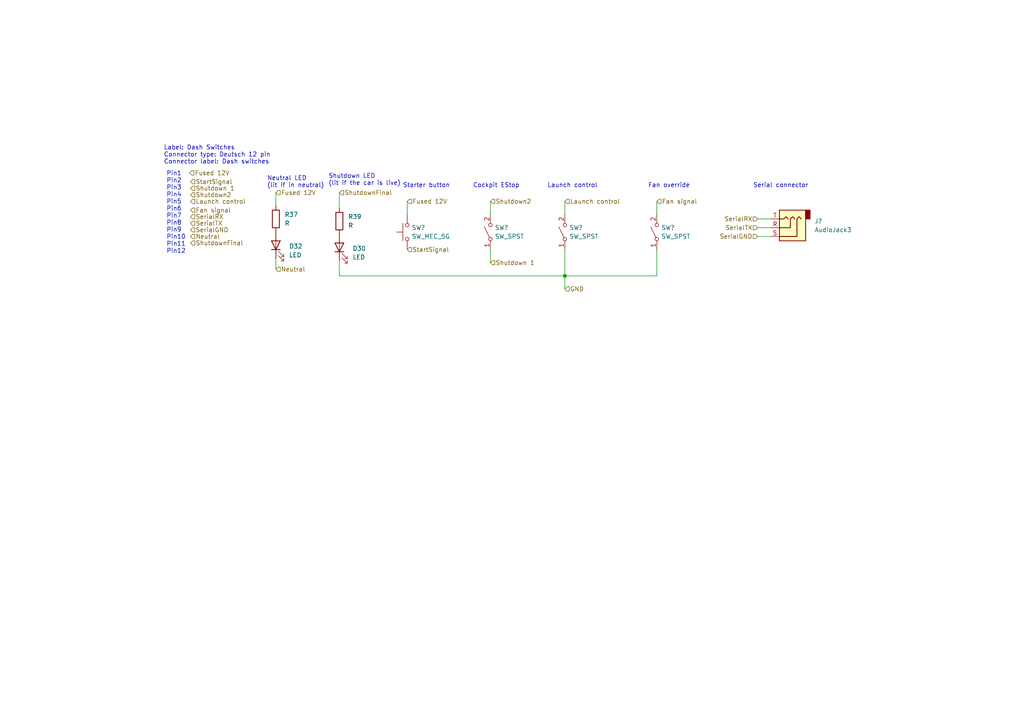
<source format=kicad_sch>
(kicad_sch (version 20230121) (generator eeschema)
  (paper "A4")
  (lib_symbols
    (symbol "Connector:AudioJack3"
      (property "Reference" "J" (at 0 8.89 0))
      (property "Value" "AudioJack3" (at 0 6.35 0))
      (symbol "AudioJack3_0_1"
        (rectangle (start -5.08 -5.08) (end -6.35 -2.54) (stroke (width 0.254)) (fill (type outline)))
        (polyline (pts (xy 0 -2.54) (xy 0.635 -3.175) (xy 1.27 -2.54) (xy 2.54 -2.54)) (stroke (width 0.254)))
        (polyline (pts (xy -1.905 -2.54) (xy -1.27 -3.175) (xy -0.635 -2.54) (xy -0.635 0) (xy 2.54 0)) (stroke (width 0.254)))
        (polyline (pts (xy 2.54 2.54) (xy -2.54 2.54) (xy -2.54 -2.54) (xy -3.175 -3.175) (xy -3.81 -2.54)) (stroke (width 0.254)))
        (rectangle (start 2.54 3.81) (end -5.08 -5.08) (stroke (width 0.254)) (fill (type background)))
      )
      (symbol "AudioJack3_1_1"
        (pin passive line (at 5.08 0 180) (length 2.54) (name "~") (number "R"))
        (pin passive line (at 5.08 2.54 180) (length 2.54) (name "~") (number "S"))
        (pin passive line (at 5.08 -2.54 180) (length 2.54) (name "~") (number "T"))
      )
    )
    (symbol "Device:LED" (pin_numbers hide) (pin_names (offset 1.016) hide)
      (property "Reference" "D" (at 0 2.54 0))
      (property "Value" "LED" (at 0 -2.54 0))
      (symbol "LED_0_1"
        (polyline (pts (xy -1.27 -1.27) (xy -1.27 1.27)) (stroke (width 0.254)))
        (polyline (pts (xy -1.27 0) (xy 1.27 0)))
        (polyline (pts (xy 1.27 -1.27) (xy 1.27 1.27) (xy -1.27 0) (xy 1.27 -1.27)) (stroke (width 0.254)))
        (polyline (pts (xy -3.048 -0.762) (xy -4.572 -2.286) (xy -3.81 -2.286) (xy -4.572 -2.286) (xy -4.572 -1.524)))
        (polyline (pts (xy -1.778 -0.762) (xy -3.302 -2.286) (xy -2.54 -2.286) (xy -3.302 -2.286) (xy -3.302 -1.524)))
      )
      (symbol "LED_1_1"
        (pin passive line (at -3.81 0 0) (length 2.54) (name "K") (number "1"))
        (pin passive line (at 3.81 0 180) (length 2.54) (name "A") (number "2"))
      )
    )
    (symbol "Device:R" (pin_numbers hide) (pin_names (offset 0))
      (property "Reference" "R" (at 2.032 0 90))
      (property "Value" "R" (at 0 0 90))
      (symbol "R_0_1"
        (rectangle (start -1.016 -2.54) (end 1.016 2.54) (stroke (width 0.254)))
      )
      (symbol "R_1_1"
        (pin passive line (at 0 3.81 270) (length 1.27) (name "~") (number "1"))
        (pin passive line (at 0 -3.81 90) (length 1.27) (name "~") (number "2"))
      )
    )
    (symbol "Switch:SW_MEC_5G" (pin_numbers hide) (pin_names (offset 1.016) hide)
      (property "Reference" "SW" (at 1.27 2.54 0))
      (property "Value" "SW_MEC_5G" (at 0 -1.524 0))
      (symbol "SW_MEC_5G_0_1"
        (circle (center -2.032 0) (radius 0.508))
        (polyline (pts (xy 0 1.27) (xy 0 3.048)))
        (polyline (pts (xy 2.54 1.27) (xy -2.54 1.27)))
        (circle (center 2.032 0) (radius 0.508))
        (pin passive line (at -5.08 0 0) (length 2.54) (name "A") (number "1"))
        (pin passive line (at 5.08 0 180) (length 2.54) (name "B") (number "3"))
      )
      (symbol "SW_MEC_5G_1_1"
        (pin passive line (at -5.08 0 0) (length 2.54) hide (name "A") (number "2"))
        (pin passive line (at 5.08 0 180) (length 2.54) hide (name "B") (number "4"))
      )
    )
    (symbol "Switch:SW_SPST" (pin_names (offset 0) hide)
      (property "Reference" "SW" (at 0 3.175 0))
      (property "Value" "SW_SPST" (at 0 -2.54 0))
      (symbol "SW_SPST_0_0"
        (circle (center -2.032 0) (radius 0.508))
        (polyline (pts (xy -1.524 0.254) (xy 1.524 1.778)))
        (circle (center 2.032 0) (radius 0.508))
      )
      (symbol "SW_SPST_1_1"
        (pin passive line (at -5.08 0 0) (length 2.54) (name "A") (number "1"))
        (pin passive line (at 5.08 0 180) (length 2.54) (name "B") (number "2"))
      )
    )
  )
  (junction (at 163.83 80.01))
  (wire (pts (xy 219.71 68.58) (xy 223.52 68.58)))
  (wire (pts (xy 163.83 58.42) (xy 163.83 62.23)))
  (wire (pts (xy 163.83 80.01) (xy 163.83 83.82)))
  (wire (pts (xy 163.83 80.01) (xy 190.5 80.01)))
  (wire (pts (xy 219.71 63.5) (xy 223.52 63.5)))
  (wire (pts (xy 80.01 74.93) (xy 80.01 78.105)))
  (wire (pts (xy 219.71 66.04) (xy 223.52 66.04)))
  (wire (pts (xy 190.5 80.01) (xy 190.5 72.39)))
  (wire (pts (xy 190.5 58.42) (xy 190.5 62.23)))
  (wire (pts (xy 98.425 75.565) (xy 98.425 80.01)))
  (wire (pts (xy 142.24 58.42) (xy 142.24 62.23)))
  (wire (pts (xy 163.83 72.39) (xy 163.83 80.01)))
  (wire (pts (xy 98.425 80.01) (xy 163.83 80.01)))
  (wire (pts (xy 118.11 58.42) (xy 118.11 62.23)))
  (wire (pts (xy 98.425 55.88) (xy 98.425 60.325)))
  (wire (pts (xy 80.01 55.88) (xy 80.01 59.69)))
  (wire (pts (xy 142.24 72.39) (xy 142.24 76.2)))
  (text "Pin1\nPin2\nPin3\nPin4\nPin5\nPin6\nPin7\nPin8\nPin9\nPin10\nPin11\nPin12" (at 48.26 73.66 0) (effects (font (size 1.27 1.27)) (justify left bottom)))
  (text "Serial connector" (at 218.44 54.61 0) (effects (font (size 1.27 1.27)) (justify left bottom)))
  (text "Shutdown LED\n(lit if the car is live)" (at 95.25 53.975 0) (effects (font (size 1.27 1.27)) (justify left bottom)))
  (text "Starter button" (at 116.84 54.61 0) (effects (font (size 1.27 1.27)) (justify left bottom)))
  (text "Fan override" (at 187.96 54.61 0) (effects (font (size 1.27 1.27)) (justify left bottom)))
  (text "Launch control" (at 158.75 54.61 0) (effects (font (size 1.27 1.27)) (justify left bottom)))
  (text "Label: Dash Switches\nConnector type: Deutsch 12 pin\nConnector label: Dash switches\n" (at 47.498 47.752 0) (effects (font (size 1.27 1.27)) (justify left bottom)))
  (text "Cockpit EStop" (at 137.16 54.61 0) (effects (font (size 1.27 1.27)) (justify left bottom)))
  (text "Neutral LED\n(lit if in neutral)\n" (at 77.47 54.61 0) (effects (font (size 1.27 1.27)) (justify left bottom)))
  (hierarchical_label "Neutral" (shape input) (at 80.01 78.105 0))
  (hierarchical_label "SerialRX" (shape input) (at 219.71 63.5 180))
  (hierarchical_label "Fan signal" (shape input) (at 190.5 58.42 0))
  (hierarchical_label "Fused 12V" (shape input) (at 118.11 58.42 0))
  (hierarchical_label "SerialRX" (shape input) (at 55.245 62.865 0))
  (hierarchical_label "Fused 12V" (shape input) (at 54.991 50.165 0))
  (hierarchical_label "GND" (shape input) (at 163.83 83.82 0))
  (hierarchical_label "Shutdown2" (shape input) (at 55.245 56.515 0))
  (hierarchical_label "Launch control" (shape input) (at 55.245 58.42 0))
  (hierarchical_label "Neutral" (shape input) (at 55.245 68.58 0))
  (hierarchical_label "ShutdownFinal" (shape input) (at 98.425 55.88 0))
  (hierarchical_label "SerialTX" (shape input) (at 55.245 64.77 0))
  (hierarchical_label "Shutdown2" (shape input) (at 142.24 58.42 0))
  (hierarchical_label "ShutdownFinal" (shape input) (at 55.245 70.485 0))
  (hierarchical_label "SerialGND" (shape input) (at 219.71 68.58 180))
  (hierarchical_label "Fan signal" (shape input) (at 55.245 60.96 0))
  (hierarchical_label "SerialTX" (shape input) (at 219.71 66.04 180))
  (hierarchical_label "SerialGND" (shape input) (at 55.245 66.675 0))
  (hierarchical_label "Fused 12V" (shape input) (at 80.01 55.88 0))
  (hierarchical_label "Shutdown 1" (shape input) (at 142.24 76.2 0))
  (hierarchical_label "StartSignal" (shape input) (at 55.245 52.705 0))
  (hierarchical_label "StartSignal" (shape input) (at 118.11 72.39 0))
  (hierarchical_label "Launch control" (shape input) (at 163.83 58.42 0))
  (hierarchical_label "Shutdown 1" (shape input) (at 55.245 54.61 0))
  (symbol (lib_id "Device:LED") (at 80.01 71.12 90) (unit 1)
    (property "Reference" "D32" (at 83.82 71.4375 90) (effects (justify right)))
    (property "Value" "LED" (at 83.82 73.9775 90) (effects (justify right)))
    (instances (project "Loom23_detailed" (path "" (reference "D32") (unit 1)) (path "" (reference "D31") (unit 1))))
  )
  (symbol (lib_id "Device:R") (at 80.01 63.5 0) (unit 1)
    (property "Reference" "R37" (at 82.55 62.23 0) (effects (justify left)))
    (property "Value" "R" (at 82.55 64.77 0) (effects (justify left)))
    (instances (project "Loom23_detailed" (path "" (reference "R37") (unit 1)) (path "" (reference "R36") (unit 1))))
  )
  (symbol (lib_id "Switch:SW_SPST") (at 142.24 67.31 90) (unit 1)
    (property "Reference" "SW?" (at 143.51 66.0399 90) (effects (justify right)))
    (property "Value" "SW_SPST" (at 143.51 68.5799 90) (effects (justify right)))
  )
  (symbol (lib_id "Device:LED") (at 98.425 71.755 90) (unit 1)
    (property "Reference" "D30" (at 102.235 72.0725 90) (effects (justify right)))
    (property "Value" "LED" (at 102.235 74.6125 90) (effects (justify right)))
    (instances (project "Loom23_detailed" (path "" (reference "D30") (unit 1)) (path "" (reference "D29") (unit 1))))
  )
  (symbol (lib_id "Switch:SW_MEC_5G") (at 118.11 67.31 90) (unit 1)
    (property "Reference" "SW?" (at 119.38 66.0399 90) (effects (justify right)))
    (property "Value" "SW_MEC_5G" (at 119.38 68.5799 90) (effects (justify right)))
    (property "Datasheet" "http://www.apem.com/int/index.php?controller=attachment&id_attachment=488" (effects hide))
  )
  (symbol (lib_id "Switch:SW_SPST") (at 190.5 67.31 90) (unit 1)
    (property "Reference" "SW?" (at 191.77 66.0399 90) (effects (justify right)))
    (property "Value" "SW_SPST" (at 191.77 68.5799 90) (effects (justify right)))
  )
  (symbol (lib_id "Connector:AudioJack3") (at 228.6 66.04 180) (unit 1)
    (property "Reference" "J?" (at 236.22 64.1349 0) (effects (justify right)))
    (property "Value" "AudioJack3" (at 236.22 66.6749 0) (effects (justify right)))
  )
  (symbol (lib_id "Switch:SW_SPST") (at 163.83 67.31 90) (unit 1)
    (property "Reference" "SW?" (at 165.1 66.0399 90) (effects (justify right)))
    (property "Value" "SW_SPST" (at 165.1 68.5799 90) (effects (justify right)))
  )
  (symbol (lib_id "Device:R") (at 98.425 64.135 0) (unit 1)
    (property "Reference" "R39" (at 100.965 62.865 0) (effects (justify left)))
    (property "Value" "R" (at 100.965 65.405 0) (effects (justify left)))
    (instances (project "Loom23_detailed" (path "" (reference "R39") (unit 1)) (path "" (reference "R38") (unit 1))))
  )
)
</source>
